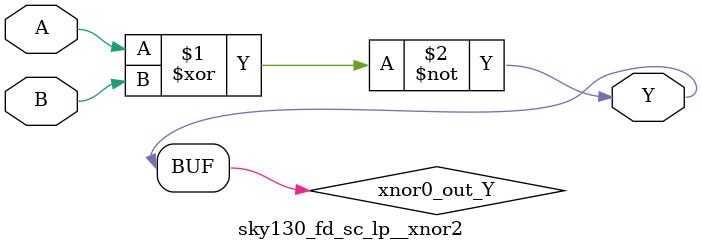
<source format=v>
/*
 * Copyright 2020 The SkyWater PDK Authors
 *
 * Licensed under the Apache License, Version 2.0 (the "License");
 * you may not use this file except in compliance with the License.
 * You may obtain a copy of the License at
 *
 *     https://www.apache.org/licenses/LICENSE-2.0
 *
 * Unless required by applicable law or agreed to in writing, software
 * distributed under the License is distributed on an "AS IS" BASIS,
 * WITHOUT WARRANTIES OR CONDITIONS OF ANY KIND, either express or implied.
 * See the License for the specific language governing permissions and
 * limitations under the License.
 *
 * SPDX-License-Identifier: Apache-2.0
*/


`ifndef SKY130_FD_SC_LP__XNOR2_FUNCTIONAL_V
`define SKY130_FD_SC_LP__XNOR2_FUNCTIONAL_V

/**
 * xnor2: 2-input exclusive NOR.
 *
 *        Y = !(A ^ B)
 *
 * Verilog simulation functional model.
 */

`timescale 1ns / 1ps
`default_nettype none

`celldefine
module sky130_fd_sc_lp__xnor2 (
    Y,
    A,
    B
);

    // Module ports
    output Y;
    input  A;
    input  B;

    // Local signals
    wire xnor0_out_Y;

    //   Name   Output       Other arguments
    xnor xnor0 (xnor0_out_Y, A, B           );
    buf  buf0  (Y          , xnor0_out_Y    );

endmodule
`endcelldefine

`default_nettype wire
`endif  // SKY130_FD_SC_LP__XNOR2_FUNCTIONAL_V
</source>
